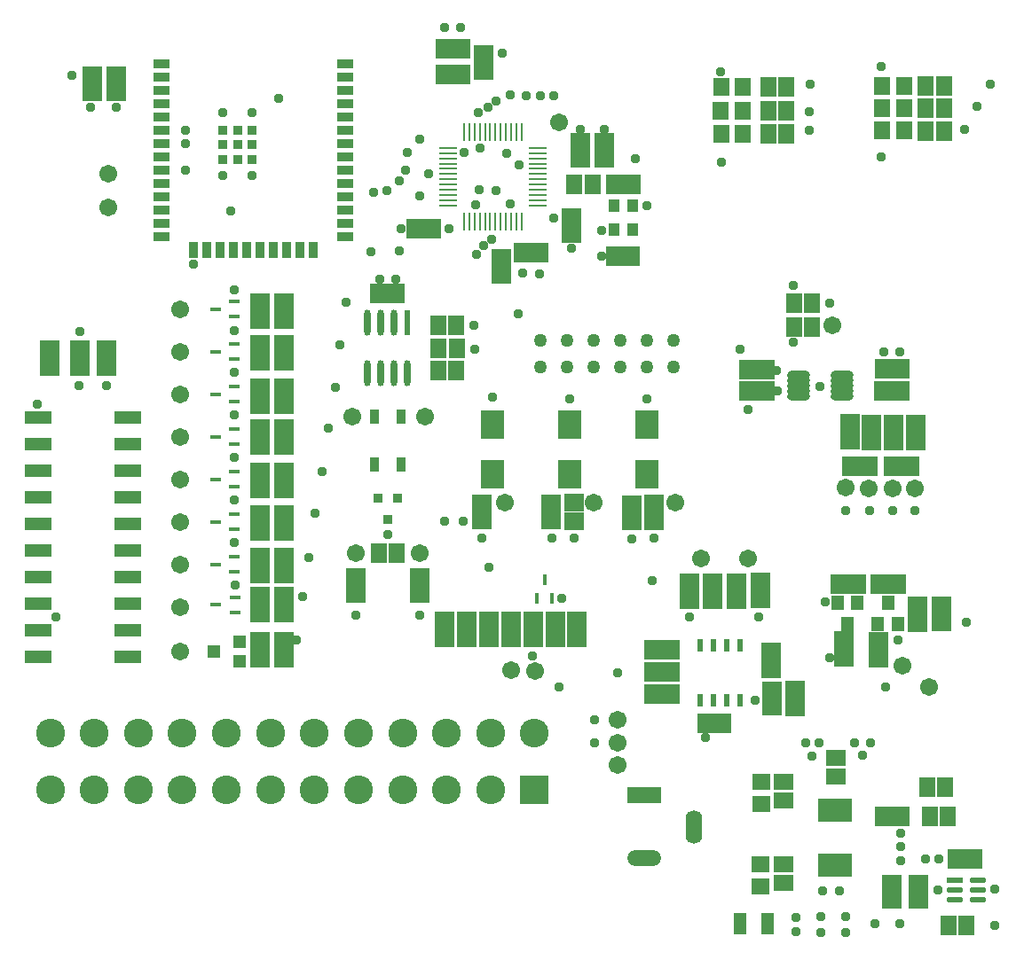
<source format=gts>
G04*
G04 #@! TF.GenerationSoftware,Altium Limited,Altium Designer,24.6.1 (21)*
G04*
G04 Layer_Color=8388736*
%FSLAX44Y44*%
%MOMM*%
G71*
G04*
G04 #@! TF.SameCoordinates,AFB4F5FC-0506-43F6-848E-FD61737C44D3*
G04*
G04*
G04 #@! TF.FilePolarity,Negative*
G04*
G01*
G75*
%ADD19R,1.6080X1.8080*%
%ADD20R,0.2794X1.7780*%
%ADD21R,1.7780X0.2794*%
%ADD22O,2.2080X0.8080*%
%ADD23R,0.9000X0.9000*%
%ADD24R,0.9000X1.5000*%
%ADD25R,1.5000X0.9000*%
%ADD26R,1.8580X1.7080*%
%ADD27R,2.5654X1.2700*%
%ADD28R,1.7080X1.8580*%
%ADD29R,1.8080X1.9580*%
%ADD30R,0.9000X1.3500*%
%ADD31R,1.9580X1.8080*%
%ADD32R,1.6080X1.9580*%
%ADD33R,1.9580X1.6080*%
%ADD34R,1.1430X2.0320*%
%ADD35R,3.3000X2.3000*%
%ADD36R,1.1176X0.4572*%
G04:AMPARAMS|DCode=37|XSize=1.5544mm|YSize=0.5721mm|CornerRadius=0.2861mm|HoleSize=0mm|Usage=FLASHONLY|Rotation=0.000|XOffset=0mm|YOffset=0mm|HoleType=Round|Shape=RoundedRectangle|*
%AMROUNDEDRECTD37*
21,1,1.5544,0.0000,0,0,0.0*
21,1,0.9823,0.5721,0,0,0.0*
1,1,0.5721,0.4911,0.0000*
1,1,0.5721,-0.4911,0.0000*
1,1,0.5721,-0.4911,0.0000*
1,1,0.5721,0.4911,0.0000*
%
%ADD37ROUNDEDRECTD37*%
%ADD38R,1.5544X0.5721*%
%ADD39R,0.4572X1.1176*%
%ADD40R,2.2000X2.8000*%
%ADD41R,0.8500X0.8500*%
%ADD42R,0.6221X2.4692*%
G04:AMPARAMS|DCode=43|XSize=2.4692mm|YSize=0.6221mm|CornerRadius=0.3111mm|HoleSize=0mm|Usage=FLASHONLY|Rotation=270.000|XOffset=0mm|YOffset=0mm|HoleType=Round|Shape=RoundedRectangle|*
%AMROUNDEDRECTD43*
21,1,2.4692,0.0000,0,0,270.0*
21,1,1.8470,0.6221,0,0,270.0*
1,1,0.6221,0.0000,-0.9235*
1,1,0.6221,0.0000,0.9235*
1,1,0.6221,0.0000,0.9235*
1,1,0.6221,0.0000,-0.9235*
%
%ADD43ROUNDEDRECTD43*%
%ADD44R,1.0500X1.3000*%
%ADD45R,1.8080X1.6080*%
%ADD46R,0.4826X1.2573*%
%ADD47R,1.3080X1.4080*%
%ADD48R,1.3080X1.3080*%
%ADD49C,1.7080*%
%ADD50R,2.7500X2.7500*%
%ADD51C,2.7500*%
%ADD52C,1.2700*%
%ADD53R,3.2000X1.6000*%
G04:AMPARAMS|DCode=54|XSize=3.2mm|YSize=1.6mm|CornerRadius=0.8mm|HoleSize=0mm|Usage=FLASHONLY|Rotation=180.000|XOffset=0mm|YOffset=0mm|HoleType=Round|Shape=RoundedRectangle|*
%AMROUNDEDRECTD54*
21,1,3.2000,0.0000,0,0,180.0*
21,1,1.6000,1.6000,0,0,180.0*
1,1,1.6000,-0.8000,0.0000*
1,1,1.6000,0.8000,0.0000*
1,1,1.6000,0.8000,0.0000*
1,1,1.6000,-0.8000,0.0000*
%
%ADD54ROUNDEDRECTD54*%
G04:AMPARAMS|DCode=55|XSize=1.6mm|YSize=3.2mm|CornerRadius=0.8mm|HoleSize=0mm|Usage=FLASHONLY|Rotation=180.000|XOffset=0mm|YOffset=0mm|HoleType=Round|Shape=RoundedRectangle|*
%AMROUNDEDRECTD55*
21,1,1.6000,1.6000,0,0,180.0*
21,1,0.0000,3.2000,0,0,180.0*
1,1,1.6000,0.0000,0.8000*
1,1,1.6000,0.0000,0.8000*
1,1,1.6000,0.0000,-0.8000*
1,1,1.6000,0.0000,-0.8000*
%
%ADD55ROUNDEDRECTD55*%
%ADD56C,0.9580*%
D19*
X1455912Y1029186D02*
D03*
X1476912D02*
D03*
X1476912Y1073579D02*
D03*
X1455912D02*
D03*
X1476789Y1051329D02*
D03*
X1455789D02*
D03*
X1630512Y1032087D02*
D03*
X1609512D02*
D03*
X1630512Y1053486D02*
D03*
X1609512D02*
D03*
X1630512Y1074829D02*
D03*
X1609512D02*
D03*
D20*
X1265750Y945388D02*
D03*
X1260750D02*
D03*
X1255750D02*
D03*
X1250750D02*
D03*
X1245750D02*
D03*
X1240750D02*
D03*
X1235750D02*
D03*
X1230750D02*
D03*
X1225750D02*
D03*
X1220750D02*
D03*
X1215750D02*
D03*
X1210750D02*
D03*
Y1030732D02*
D03*
X1215750D02*
D03*
X1220750D02*
D03*
X1225750D02*
D03*
X1230750D02*
D03*
X1235750D02*
D03*
X1240750D02*
D03*
X1245750D02*
D03*
X1250750D02*
D03*
X1255750D02*
D03*
X1260750D02*
D03*
X1265750D02*
D03*
D21*
X1195578Y960560D02*
D03*
Y965560D02*
D03*
Y970560D02*
D03*
Y975560D02*
D03*
Y980560D02*
D03*
Y985560D02*
D03*
Y990560D02*
D03*
Y995560D02*
D03*
Y1000560D02*
D03*
Y1005560D02*
D03*
Y1010560D02*
D03*
Y1015560D02*
D03*
X1280922D02*
D03*
Y1010560D02*
D03*
Y1005560D02*
D03*
Y1000560D02*
D03*
Y995560D02*
D03*
Y990560D02*
D03*
Y985560D02*
D03*
Y980560D02*
D03*
Y975560D02*
D03*
Y970560D02*
D03*
Y965560D02*
D03*
Y960560D02*
D03*
D22*
X1530170Y798670D02*
D03*
Y793670D02*
D03*
Y788670D02*
D03*
Y783670D02*
D03*
X1571170Y798670D02*
D03*
Y793670D02*
D03*
Y778670D02*
D03*
Y783670D02*
D03*
Y788670D02*
D03*
X1530170Y778670D02*
D03*
D23*
X1008650Y1004610D02*
D03*
X994650D02*
D03*
X980650D02*
D03*
X1008650Y1018610D02*
D03*
X994650D02*
D03*
X980650D02*
D03*
X1008650Y1032610D02*
D03*
X994650D02*
D03*
X980650D02*
D03*
D24*
X1066800Y918210D02*
D03*
X1054100D02*
D03*
X1041400D02*
D03*
X1028700D02*
D03*
X1016000D02*
D03*
X1003300D02*
D03*
X990600D02*
D03*
X977900D02*
D03*
X965200D02*
D03*
X952500D02*
D03*
D25*
X1097150Y1095810D02*
D03*
Y1083110D02*
D03*
Y1070410D02*
D03*
Y1057710D02*
D03*
Y1045010D02*
D03*
Y1032310D02*
D03*
Y1019610D02*
D03*
Y1006910D02*
D03*
Y994210D02*
D03*
Y981510D02*
D03*
Y968810D02*
D03*
Y956110D02*
D03*
Y943410D02*
D03*
Y930710D02*
D03*
X922150D02*
D03*
Y943410D02*
D03*
Y956110D02*
D03*
Y968810D02*
D03*
Y981510D02*
D03*
Y994210D02*
D03*
Y1006910D02*
D03*
Y1019610D02*
D03*
Y1032310D02*
D03*
Y1045010D02*
D03*
Y1057710D02*
D03*
Y1070410D02*
D03*
Y1083110D02*
D03*
Y1095810D02*
D03*
D26*
X1599309Y735419D02*
D03*
Y752419D02*
D03*
X1578859Y735955D02*
D03*
Y752955D02*
D03*
X1641732Y735342D02*
D03*
Y752342D02*
D03*
X1620448Y735342D02*
D03*
Y752342D02*
D03*
X1606489Y527416D02*
D03*
Y544416D02*
D03*
X1016000Y587620D02*
D03*
Y570620D02*
D03*
X1038860Y625330D02*
D03*
Y608330D02*
D03*
X1016000Y665671D02*
D03*
Y648671D02*
D03*
X1038860Y665671D02*
D03*
Y648671D02*
D03*
X1016000Y608330D02*
D03*
Y625330D02*
D03*
X1038860Y706120D02*
D03*
Y689120D02*
D03*
X1016000Y706120D02*
D03*
Y689120D02*
D03*
X1038860Y747640D02*
D03*
Y730640D02*
D03*
Y587620D02*
D03*
Y570620D02*
D03*
X1016000Y747640D02*
D03*
Y730640D02*
D03*
X1038860Y544882D02*
D03*
Y527882D02*
D03*
X1016000Y544882D02*
D03*
Y527882D02*
D03*
X1038860Y867931D02*
D03*
Y850931D02*
D03*
Y828035D02*
D03*
Y811035D02*
D03*
X1016000Y828035D02*
D03*
Y811035D02*
D03*
Y867931D02*
D03*
Y850931D02*
D03*
Y786620D02*
D03*
Y769620D02*
D03*
X1038860Y786620D02*
D03*
Y769620D02*
D03*
X1276604Y564453D02*
D03*
Y547453D02*
D03*
X1255714Y564453D02*
D03*
Y547453D02*
D03*
X1234580Y564372D02*
D03*
Y547372D02*
D03*
X1213609Y564453D02*
D03*
Y547453D02*
D03*
X1192148Y564454D02*
D03*
Y547453D02*
D03*
X1318386Y547331D02*
D03*
Y564331D02*
D03*
X1297724Y547365D02*
D03*
Y564366D02*
D03*
X1392341Y659002D02*
D03*
Y676002D02*
D03*
X1315668Y659392D02*
D03*
Y676392D02*
D03*
X1526618Y481128D02*
D03*
Y498128D02*
D03*
X1573530Y528710D02*
D03*
Y545710D02*
D03*
X1643380Y561730D02*
D03*
Y578730D02*
D03*
X1503680Y534280D02*
D03*
Y517280D02*
D03*
X1470660Y600710D02*
D03*
Y583710D02*
D03*
X1426210Y600710D02*
D03*
Y583710D02*
D03*
X1447800Y583320D02*
D03*
Y600320D02*
D03*
X1493520Y584200D02*
D03*
Y601200D02*
D03*
X815340Y823450D02*
D03*
Y806450D02*
D03*
X870010Y823450D02*
D03*
Y806450D02*
D03*
X844035Y823450D02*
D03*
Y806450D02*
D03*
D27*
X804090Y529590D02*
D03*
Y554990D02*
D03*
Y580390D02*
D03*
Y605790D02*
D03*
Y631190D02*
D03*
Y656590D02*
D03*
Y681990D02*
D03*
Y707390D02*
D03*
Y732790D02*
D03*
Y758190D02*
D03*
X890090D02*
D03*
Y732790D02*
D03*
Y707390D02*
D03*
Y681990D02*
D03*
Y656590D02*
D03*
Y631190D02*
D03*
Y605790D02*
D03*
Y580390D02*
D03*
Y554990D02*
D03*
Y529590D02*
D03*
D28*
X1580270Y711200D02*
D03*
X1597270D02*
D03*
X1619640D02*
D03*
X1636640D02*
D03*
X1498600Y803910D02*
D03*
X1481600D02*
D03*
X1498706Y783072D02*
D03*
X1481706D02*
D03*
X1610750Y783590D02*
D03*
X1627750D02*
D03*
X1585586Y598890D02*
D03*
X1568586D02*
D03*
X1391040Y494030D02*
D03*
X1408040D02*
D03*
X1391040Y514740D02*
D03*
X1408040D02*
D03*
Y535940D02*
D03*
X1391040D02*
D03*
X1606686Y598890D02*
D03*
X1623686D02*
D03*
D29*
X1145920Y876300D02*
D03*
X1129920D02*
D03*
X1370370Y911869D02*
D03*
X1354370D02*
D03*
X1627250Y377190D02*
D03*
X1611250D02*
D03*
X1611358Y804780D02*
D03*
X1627358D02*
D03*
X1370710Y980440D02*
D03*
X1354710D02*
D03*
X1164210Y938530D02*
D03*
X1180210D02*
D03*
X1267080Y915670D02*
D03*
X1283080D02*
D03*
X1208530Y1109980D02*
D03*
X1192530D02*
D03*
X1208150Y1085850D02*
D03*
X1192150D02*
D03*
X1697084Y336467D02*
D03*
X1681084D02*
D03*
X1441541Y465797D02*
D03*
X1457540D02*
D03*
D30*
X1150706Y758729D02*
D03*
X1125706D02*
D03*
Y713229D02*
D03*
X1150706D02*
D03*
D31*
X1322070Y1021460D02*
D03*
Y1005460D02*
D03*
X878576Y1068960D02*
D03*
Y1084960D02*
D03*
X855980Y1068960D02*
D03*
Y1084960D02*
D03*
X1370813Y659409D02*
D03*
Y675409D02*
D03*
X1294130Y660020D02*
D03*
Y676020D02*
D03*
X1228090Y659640D02*
D03*
Y675640D02*
D03*
X1168543Y589800D02*
D03*
Y605800D02*
D03*
X1107777Y589790D02*
D03*
Y605790D02*
D03*
X1246221Y894134D02*
D03*
Y910134D02*
D03*
X1229360Y1105280D02*
D03*
Y1089280D02*
D03*
X1344930Y1005460D02*
D03*
Y1021460D02*
D03*
X1313180Y933070D02*
D03*
Y949070D02*
D03*
X1504406Y481628D02*
D03*
Y497628D02*
D03*
X1666240Y562230D02*
D03*
Y578230D02*
D03*
X1618836Y297087D02*
D03*
Y313087D02*
D03*
X1644027Y297087D02*
D03*
Y313087D02*
D03*
D32*
X1672730Y273050D02*
D03*
X1690230D02*
D03*
X1146706Y628650D02*
D03*
X1129206D02*
D03*
X1186109Y824310D02*
D03*
X1203609D02*
D03*
X1185969Y802720D02*
D03*
X1203469D02*
D03*
X1203497Y846531D02*
D03*
X1185997D02*
D03*
X1525550Y867410D02*
D03*
X1543050D02*
D03*
X1542910Y844277D02*
D03*
X1525410D02*
D03*
X1500812Y1073579D02*
D03*
X1518312D02*
D03*
X1500812Y1050986D02*
D03*
X1518312D02*
D03*
X1500786Y1029382D02*
D03*
X1518286D02*
D03*
X1651298Y1031686D02*
D03*
X1668798D02*
D03*
X1651339Y1053544D02*
D03*
X1668839D02*
D03*
X1651230Y1074649D02*
D03*
X1668730D02*
D03*
X1333360Y980440D02*
D03*
X1315860D02*
D03*
X1672450Y377190D02*
D03*
X1654950D02*
D03*
X1669910Y405130D02*
D03*
X1652410D02*
D03*
D33*
X1565910Y432930D02*
D03*
Y415430D02*
D03*
X1515474Y409871D02*
D03*
Y392371D02*
D03*
Y331418D02*
D03*
Y313918D02*
D03*
D34*
X1473835Y274320D02*
D03*
X1500505D02*
D03*
D35*
X1564640Y383370D02*
D03*
Y330370D02*
D03*
D36*
X991870Y610870D02*
D03*
Y624840D02*
D03*
X973836Y617855D02*
D03*
X991870Y692150D02*
D03*
Y706120D02*
D03*
X973836Y699135D02*
D03*
X973963Y579120D02*
D03*
X991997Y586105D02*
D03*
Y572135D02*
D03*
X991870Y651510D02*
D03*
Y665480D02*
D03*
X973836Y658495D02*
D03*
Y739775D02*
D03*
X991870Y746760D02*
D03*
Y732790D02*
D03*
X973836Y780415D02*
D03*
X991870Y787400D02*
D03*
Y773430D02*
D03*
X973836Y861695D02*
D03*
X991870Y868680D02*
D03*
Y854710D02*
D03*
X973836Y821055D02*
D03*
X991870Y828040D02*
D03*
Y814070D02*
D03*
D37*
X1700894Y316097D02*
D03*
Y306597D02*
D03*
Y297097D02*
D03*
X1678889D02*
D03*
Y306597D02*
D03*
D38*
Y316097D02*
D03*
D39*
X1280443Y584953D02*
D03*
X1294413D02*
D03*
X1287428Y602987D02*
D03*
D40*
X1385570Y703580D02*
D03*
Y751580D02*
D03*
X1311910Y703580D02*
D03*
Y751580D02*
D03*
X1238250Y703580D02*
D03*
Y751580D02*
D03*
D41*
X1147706Y680767D02*
D03*
X1128706D02*
D03*
X1138206Y660767D02*
D03*
D42*
X1156970Y848372D02*
D03*
D43*
X1144270D02*
D03*
X1131570D02*
D03*
X1118870D02*
D03*
Y800100D02*
D03*
X1131570D02*
D03*
X1144270D02*
D03*
X1156970D02*
D03*
D44*
X1371460Y937190D02*
D03*
Y960190D02*
D03*
X1353960D02*
D03*
Y937190D02*
D03*
D45*
X1494442Y409687D02*
D03*
Y388687D02*
D03*
X1493520Y331470D02*
D03*
Y310470D02*
D03*
D46*
X1474470Y540575D02*
D03*
X1461770D02*
D03*
X1449070D02*
D03*
X1436370D02*
D03*
Y488125D02*
D03*
X1449070D02*
D03*
X1461770D02*
D03*
X1474470D02*
D03*
D47*
X1615186Y581110D02*
D03*
X1624686Y561110D02*
D03*
X1605686D02*
D03*
X1576476D02*
D03*
X1566976Y581110D02*
D03*
X1585976D02*
D03*
D48*
X996250Y525170D02*
D03*
Y544170D02*
D03*
X972250Y534670D02*
D03*
D49*
X1562100Y845820D02*
D03*
X1301750Y1040130D02*
D03*
X1619358Y690535D02*
D03*
X1597114D02*
D03*
X1574800Y690880D02*
D03*
X1640522Y690133D02*
D03*
X1629410Y520700D02*
D03*
X1256030Y516890D02*
D03*
X1278890Y515620D02*
D03*
X1654810Y500380D02*
D03*
X1481604Y623439D02*
D03*
X1437087Y623439D02*
D03*
X871220Y959066D02*
D03*
Y990600D02*
D03*
X939847Y861695D02*
D03*
Y821055D02*
D03*
Y534670D02*
D03*
Y699135D02*
D03*
Y658495D02*
D03*
Y577215D02*
D03*
Y617855D02*
D03*
Y780415D02*
D03*
Y739775D02*
D03*
X1249680Y676910D02*
D03*
X1334770D02*
D03*
X1412240D02*
D03*
X1107777Y628650D02*
D03*
X1168400D02*
D03*
X1103966Y758850D02*
D03*
X1173930D02*
D03*
X1357200Y447179D02*
D03*
Y426374D02*
D03*
Y469387D02*
D03*
D50*
X1277971Y402067D02*
D03*
D51*
X1235971D02*
D03*
X1193971D02*
D03*
X1151971D02*
D03*
X1109971D02*
D03*
X1067971D02*
D03*
X1025971D02*
D03*
X983971D02*
D03*
X941971D02*
D03*
X899971D02*
D03*
X857971D02*
D03*
X815971D02*
D03*
X1277971Y457067D02*
D03*
X1235971D02*
D03*
X1193971D02*
D03*
X1151971D02*
D03*
X1109971D02*
D03*
X1067971D02*
D03*
X1025971D02*
D03*
X983971D02*
D03*
X941971D02*
D03*
X899971D02*
D03*
X857971D02*
D03*
X815971D02*
D03*
D52*
X1283970Y806450D02*
D03*
Y831850D02*
D03*
X1309370Y806450D02*
D03*
Y831850D02*
D03*
X1334770Y806450D02*
D03*
Y831850D02*
D03*
X1360170Y806450D02*
D03*
Y831850D02*
D03*
X1385570Y806450D02*
D03*
Y831850D02*
D03*
X1410970Y806450D02*
D03*
Y831850D02*
D03*
D53*
X1382970Y397221D02*
D03*
D54*
Y337221D02*
D03*
D55*
X1429970Y367221D02*
D03*
D56*
X1301750Y500380D02*
D03*
X1263650Y999490D02*
D03*
X1225179Y975654D02*
D03*
X1241260Y975178D02*
D03*
X1254737Y962303D02*
D03*
X1717040Y273050D02*
D03*
Y307340D02*
D03*
X1426210Y567690D02*
D03*
X1492250D02*
D03*
X1276289Y530682D02*
D03*
X1138300Y646438D02*
D03*
X1168693Y569140D02*
D03*
X1107515Y568859D02*
D03*
X1624832Y545333D02*
D03*
X1690209Y562749D02*
D03*
X1370440Y642123D02*
D03*
X1392040Y642868D02*
D03*
X1315880Y643148D02*
D03*
X1294280Y642961D02*
D03*
X1550670Y787400D02*
D03*
X1220584Y823485D02*
D03*
X1219822Y846263D02*
D03*
X1210310Y659130D02*
D03*
X1456071Y1001709D02*
D03*
X1374435Y1005307D02*
D03*
X1662532Y306466D02*
D03*
X1192530Y1130300D02*
D03*
X1207770D02*
D03*
X1262356Y857390D02*
D03*
X1282948Y895121D02*
D03*
X1266840Y895800D02*
D03*
X1008380Y989330D02*
D03*
X1296670Y1065530D02*
D03*
X1241245Y1060368D02*
D03*
X1233830Y1054328D02*
D03*
X1254443Y1065931D02*
D03*
X1224280Y1049419D02*
D03*
X1236980Y928370D02*
D03*
X1168826Y969741D02*
D03*
X1196340Y938530D02*
D03*
X1136868Y974480D02*
D03*
X1124402Y973528D02*
D03*
X1121757Y916619D02*
D03*
X1098251Y868334D02*
D03*
X1092437Y827207D02*
D03*
X1087700Y786512D02*
D03*
X1081241Y748185D02*
D03*
X1075212Y706198D02*
D03*
X1068967Y666579D02*
D03*
X1062929Y624454D02*
D03*
X1050929Y545878D02*
D03*
X1056640Y586740D02*
D03*
X1177247Y991055D02*
D03*
X1149221Y916812D02*
D03*
X1455420Y1088490D02*
D03*
X1247140Y1106070D02*
D03*
X1210770Y1011300D02*
D03*
X1225762Y1015464D02*
D03*
X1251109Y1010205D02*
D03*
X988060Y955040D02*
D03*
X1540557Y1032510D02*
D03*
X1540869Y1076073D02*
D03*
X944880Y994410D02*
D03*
Y1019810D02*
D03*
X1540510Y1050290D02*
D03*
X1033780Y1062990D02*
D03*
X944880Y1032510D02*
D03*
X1609090Y1007110D02*
D03*
Y1093470D02*
D03*
X1509206Y802790D02*
D03*
X1510030Y783590D02*
D03*
X1525307Y829916D02*
D03*
X1474470Y822960D02*
D03*
X1712845Y1076632D02*
D03*
X1700367Y1055186D02*
D03*
X1688594Y1033339D02*
D03*
X1322070Y1033150D02*
D03*
X1344930D02*
D03*
X1283970Y1065530D02*
D03*
X1221740Y961390D02*
D03*
X1313180Y919480D02*
D03*
X1342173Y912020D02*
D03*
X1150620Y938530D02*
D03*
X1222468Y913858D02*
D03*
X1229622Y922317D02*
D03*
X1149149Y984250D02*
D03*
X1154669Y994294D02*
D03*
X1168400Y1023620D02*
D03*
X1156970Y1010920D02*
D03*
X1385500Y960190D02*
D03*
X1296670Y948690D02*
D03*
X1342324Y937123D02*
D03*
X1525270Y883920D02*
D03*
X1482090Y765810D02*
D03*
X1611630Y820420D02*
D03*
X1390650Y601980D02*
D03*
X1238250Y777240D02*
D03*
X1234440Y614680D02*
D03*
X1192530Y659130D02*
D03*
X1228090Y642620D02*
D03*
X869950Y788670D02*
D03*
X843581Y788536D02*
D03*
X844521Y840436D02*
D03*
X1441450Y452750D02*
D03*
X1640610Y669130D02*
D03*
X1619567Y668757D02*
D03*
X1597901Y669130D02*
D03*
X1575238D02*
D03*
X1536700Y447040D02*
D03*
X1583690D02*
D03*
X1598930D02*
D03*
X1549400D02*
D03*
X1357630Y514350D02*
D03*
X1591310Y435610D02*
D03*
X1145540Y890270D02*
D03*
X1130300D02*
D03*
X878840Y1054100D02*
D03*
X854710D02*
D03*
X836930Y1084580D02*
D03*
X1559560Y528320D02*
D03*
X1550796Y281221D02*
D03*
X1550860Y266532D02*
D03*
X1574969Y281422D02*
D03*
X1574990Y266532D02*
D03*
X1602428Y274891D02*
D03*
X1626558D02*
D03*
X1527810Y266700D02*
D03*
X1527525Y280619D02*
D03*
X1488440Y487680D02*
D03*
X821690Y567690D02*
D03*
X1612900Y500380D02*
D03*
X1335214Y469424D02*
D03*
X1542760Y434700D02*
D03*
X1555750Y581660D02*
D03*
X1626870Y820420D02*
D03*
X1559560Y867410D02*
D03*
X1270000Y1065530D02*
D03*
X980440Y1049020D02*
D03*
X1008380D02*
D03*
X980440Y989330D02*
D03*
X1304290Y585470D02*
D03*
X991997Y598043D02*
D03*
X991870Y638810D02*
D03*
Y679450D02*
D03*
Y720090D02*
D03*
Y760730D02*
D03*
Y801370D02*
D03*
Y840740D02*
D03*
Y880110D02*
D03*
X1334909Y447179D02*
D03*
X803853Y770738D02*
D03*
X1311910Y775970D02*
D03*
X1385582Y776098D02*
D03*
X952500Y904240D02*
D03*
X1627693Y334407D02*
D03*
Y361077D02*
D03*
X1663700Y336550D02*
D03*
X1627693Y348377D02*
D03*
X1569273Y306046D02*
D03*
X1651421Y336550D02*
D03*
X1553037Y305899D02*
D03*
M02*

</source>
